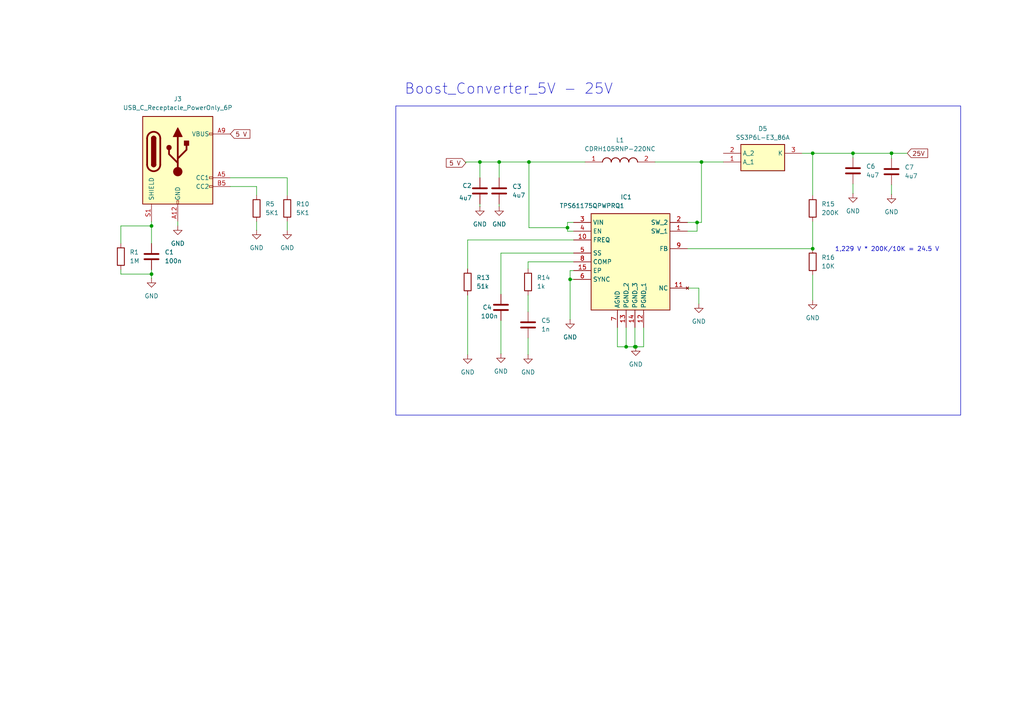
<source format=kicad_sch>
(kicad_sch (version 20250114) (generator "eeschema") (generator_version "9.0")
  (paper "A4")
  (lib_symbols
    (symbol "Amjads_Lib:CDRH105RNP-220NC" (pin_names (hide yes))
      (property "Reference" "L" (at 16.51 6.35 0))
      (property "Value" "CDRH105RNP-220NC" (at 14.732 3.81 0))
      (symbol "CDRH105RNP-220NC_1_1"
        (arc (start 5.08 0) (mid 6.35 1.219) (end 7.62 0) (stroke (width 0.254)))
        (arc (start 7.62 0) (mid 8.89 1.219) (end 10.16 0) (stroke (width 0.254)))
        (arc (start 10.16 0) (mid 11.43 1.219) (end 12.7 0) (stroke (width 0.254)))
        (arc (start 12.7 0) (mid 13.97 1.219) (end 15.24 0) (stroke (width 0.254)))
        (pin passive line (at 0 0 0) (length 5.08) (name "1") (number "1"))
        (pin passive line (at 20.32 0 180) (length 5.08) (name "2") (number "2"))
      )
    )
    (symbol "Amjads_Lib:SS3P6L-E3_86A"
      (property "Reference" "D" (at 19.05 7.62 0))
      (property "Value" "SS3P6L-E3_86A" (at 19.05 5.08 0))
      (symbol "SS3P6L-E3_86A_1_1"
        (rectangle (start 5.08 2.54) (end 17.78 -5.08) (stroke (width 0.254)) (fill (type background)))
        (pin passive line (at 0 0 0) (length 5.08) (name "A_2") (number "2"))
        (pin passive line (at 0 -2.54 0) (length 5.08) (name "A_1") (number "1"))
        (pin passive line (at 22.86 0 180) (length 5.08) (name "K") (number "3"))
      )
    )
    (symbol "Amjads_Lib:TPS61175QPWPRQ1"
      (property "Reference" "IC?" (at 15.24 7.366 0))
      (property "Value" "TPS61175QPWPRQ1" (at 5.334 4.826 0))
      (symbol "TPS61175QPWPRQ1_1_1"
        (rectangle (start 5.08 2.54) (end 27.94 -25.4) (stroke (width 0.254)) (fill (type background)))
        (pin passive line (at 0 0 0) (length 5.08) (name "VIN") (number "3"))
        (pin passive line (at 0 -2.54 0) (length 5.08) (name "EN") (number "4"))
        (pin passive line (at 0 -5.08 0) (length 5.08) (name "FREQ") (number "10"))
        (pin passive line (at 0 -8.89 0) (length 5.08) (name "SS") (number "5"))
        (pin passive line (at 0 -11.43 0) (length 5.08) (name "COMP") (number "8"))
        (pin passive line (at 0 -13.97 0) (length 5.08) (name "EP") (number "15"))
        (pin passive line (at 0 -16.51 0) (length 5.08) (name "SYNC") (number "6"))
        (pin passive line (at 12.7 -30.48 90) (length 5.08) (name "AGND") (number "7"))
        (pin passive line (at 15.24 -30.48 90) (length 5.08) (name "PGND_2") (number "13"))
        (pin passive line (at 17.78 -30.48 90) (length 5.08) (name "PGND_3") (number "14"))
        (pin passive line (at 20.32 -30.48 90) (length 5.08) (name "PGND_1") (number "12"))
        (pin passive line (at 33.02 0 180) (length 5.08) (name "SW_2") (number "2"))
        (pin passive line (at 33.02 -2.54 180) (length 5.08) (name "SW_1") (number "1"))
        (pin passive line (at 33.02 -7.62 180) (length 5.08) (name "FB") (number "9"))
        (pin no_connect line (at 33.02 -19.05 180) (length 5.08) (name "NC") (number "11"))
      )
    )
    (symbol "Connector:USB_C_Receptacle_PowerOnly_6P" (pin_names (offset 1.016))
      (property "Reference" "J" (at 0 16.51 0))
      (property "Value" "USB_C_Receptacle_PowerOnly_6P" (at 0 13.97 0))
      (symbol "USB_C_Receptacle_PowerOnly_6P_0_0"
        (rectangle (start -0.254 -12.7) (end 0.254 -11.684))
        (rectangle (start 10.16 7.874) (end 9.144 7.366))
        (rectangle (start 10.16 -4.826) (end 9.144 -5.334))
        (rectangle (start 10.16 -7.366) (end 9.144 -7.874))
      )
      (symbol "USB_C_Receptacle_PowerOnly_6P_0_1"
        (rectangle (start -10.16 12.7) (end 10.16 -12.7) (stroke (width 0.254)) (fill (type background)))
        (polyline (pts (xy -8.89 -1.27) (xy -8.89 6.35)) (stroke (width 0.508)))
        (rectangle (start -7.62 -1.27) (end -6.35 6.35) (stroke (width 0.254)) (fill (type outline)))
        (arc (start -7.62 6.35) (mid -6.985 6.9823) (end -6.35 6.35) (stroke (width 0.254)))
        (arc (start -7.62 6.35) (mid -6.985 6.9823) (end -6.35 6.35) (stroke (width 0.254)) (fill (type outline)))
        (arc (start -8.89 6.35) (mid -6.985 8.2467) (end -5.08 6.35) (stroke (width 0.508)))
        (arc (start -5.08 -1.27) (mid -6.985 -3.1667) (end -8.89 -1.27) (stroke (width 0.508)))
        (arc (start -6.35 -1.27) (mid -6.985 -1.9023) (end -7.62 -1.27) (stroke (width 0.254)))
        (arc (start -6.35 -1.27) (mid -6.985 -1.9023) (end -7.62 -1.27) (stroke (width 0.254)) (fill (type outline)))
        (polyline (pts (xy -5.08 6.35) (xy -5.08 -1.27)) (stroke (width 0.508)))
        (circle (center -2.54 3.683) (radius 0.635) (stroke (width 0.254)) (fill (type outline)))
        (polyline (pts (xy -1.27 6.858) (xy 0 9.398) (xy 1.27 6.858) (xy -1.27 6.858)) (stroke (width 0.254)) (fill (type outline)))
        (polyline (pts (xy 0 0.508) (xy 2.54 3.048) (xy 2.54 4.318)) (stroke (width 0.508)))
        (polyline (pts (xy 0 -0.762) (xy -2.54 1.778) (xy -2.54 3.048)) (stroke (width 0.508)))
        (polyline (pts (xy 0 -3.302) (xy 0 6.858)) (stroke (width 0.508)))
        (circle (center 0 -3.302) (radius 1.27) (fill (type outline)))
        (rectangle (start 1.905 4.318) (end 3.175 5.588) (stroke (width 0.254)) (fill (type outline)))
      )
      (symbol "USB_C_Receptacle_PowerOnly_6P_1_1"
        (pin passive line (at -7.62 -17.78 90) (length 5.08) (name "SHIELD") (number "S1"))
        (pin passive line (at 0 -17.78 90) (length 5.08) (name "GND") (number "A12"))
        (pin passive line (at 0 -17.78 90) (length 5.08) (hide yes) (name "GND") (number "B12"))
        (pin passive line (at 15.24 7.62 180) (length 5.08) (name "VBUS") (number "A9"))
        (pin passive line (at 15.24 7.62 180) (length 5.08) (hide yes) (name "VBUS") (number "B9"))
        (pin bidirectional line (at 15.24 -5.08 180) (length 5.08) (name "CC1") (number "A5"))
        (pin bidirectional line (at 15.24 -7.62 180) (length 5.08) (name "CC2") (number "B5"))
      )
    )
    (symbol "Device:C" (pin_numbers (hide yes)) (pin_names (offset 0.254))
      (property "Reference" "C" (at 0.635 2.54 0))
      (property "Value" "C" (at 0.635 -2.54 0))
      (symbol "C_0_1"
        (polyline (pts (xy -2.032 0.762) (xy 2.032 0.762)) (stroke (width 0.508)))
        (polyline (pts (xy -2.032 -0.762) (xy 2.032 -0.762)) (stroke (width 0.508)))
      )
      (symbol "C_1_1"
        (pin passive line (at 0 3.81 270) (length 2.794) (name "~") (number "1"))
        (pin passive line (at 0 -3.81 90) (length 2.794) (name "~") (number "2"))
      )
    )
    (symbol "Device:R" (pin_numbers (hide yes)) (pin_names (offset 0))
      (property "Reference" "R" (at 2.032 0 90))
      (property "Value" "R" (at 0 0 90))
      (symbol "R_0_1"
        (rectangle (start -1.016 -2.54) (end 1.016 2.54) (stroke (width 0.254)))
      )
      (symbol "R_1_1"
        (pin passive line (at 0 3.81 270) (length 1.27) (name "~") (number "1"))
        (pin passive line (at 0 -3.81 90) (length 1.27) (name "~") (number "2"))
      )
    )
    (symbol "power:GND" (power) (pin_numbers (hide yes)) (pin_names (offset 0) (hide yes))
      (property "Value" "GND" (at 0 -3.81 0))
      (symbol "GND_0_1"
        (polyline (pts (xy 0 0) (xy 0 -1.27) (xy 1.27 -1.27) (xy 0 -2.54) (xy -1.27 -1.27) (xy 0 -1.27)))
      )
      (symbol "GND_1_1"
        (pin power_in line (at 0 0 270) (length 0) (name "~") (number "1"))
      )
    )
  )
  (rectangle (start 114.808 30.734) (end 278.638 120.396))
  (text "1,229 V * 200K/10K = 24.5 V" (at 257.302 72.39 0) (effects (font (size 1.27 1.27))))
  (text "Boost_Converter_5V - 25V" (at 147.574 25.908 0) (effects (font (size 3 3))))
  (junction (at 184.15 100.584))
  (junction (at 144.78 46.99))
  (junction (at 153.416 46.99))
  (junction (at 235.712 72.136))
  (junction (at 139.192 46.99))
  (junction (at 181.61 100.584))
  (junction (at 235.712 44.45))
  (junction (at 184.404 100.584))
  (junction (at 202.184 64.516))
  (junction (at 258.572 44.45))
  (junction (at 43.942 65.532))
  (junction (at 43.942 79.502))
  (junction (at 165.354 81.026))
  (junction (at 203.454 46.99))
  (junction (at 247.396 44.45))
  (junction (at 164.592 66.04))
  (wire (pts (xy 135.128 46.99) (xy 135.128 47.244)))
  (wire (pts (xy 202.184 67.056) (xy 199.39 67.056)))
  (wire (pts (xy 166.37 69.596) (xy 135.636 69.596)))
  (wire (pts (xy 235.712 64.262) (xy 235.712 72.136)))
  (wire (pts (xy 153.416 66.04) (xy 153.416 46.99)))
  (wire (pts (xy 66.802 54.102) (xy 74.422 54.102)))
  (wire (pts (xy 181.61 94.996) (xy 181.61 100.584)))
  (wire (pts (xy 145.288 73.406) (xy 145.288 85.344)))
  (wire (pts (xy 199.39 83.566) (xy 202.692 83.566)))
  (wire (pts (xy 186.69 94.996) (xy 186.69 100.584)))
  (wire (pts (xy 43.942 65.532) (xy 43.942 70.612)))
  (wire (pts (xy 184.404 100.584) (xy 186.69 100.584)))
  (wire (pts (xy 189.992 46.99) (xy 203.454 46.99)))
  (wire (pts (xy 153.416 66.04) (xy 164.592 66.04)))
  (wire (pts (xy 202.184 64.516) (xy 202.184 67.056)))
  (wire (pts (xy 166.37 67.056) (xy 164.592 67.056)))
  (wire (pts (xy 232.664 44.45) (xy 235.712 44.45)))
  (wire (pts (xy 184.15 94.996) (xy 184.15 100.584)))
  (wire (pts (xy 184.15 100.584) (xy 184.404 100.584)))
  (wire (pts (xy 203.454 64.516) (xy 202.184 64.516)))
  (wire (pts (xy 139.192 46.99) (xy 144.78 46.99)))
  (wire (pts (xy 43.942 64.262) (xy 43.942 65.532)))
  (wire (pts (xy 179.07 100.584) (xy 181.61 100.584)))
  (wire (pts (xy 43.942 79.502) (xy 43.942 80.772)))
  (wire (pts (xy 181.61 100.584) (xy 184.15 100.584)))
  (wire (pts (xy 258.572 53.594) (xy 258.572 56.388)))
  (wire (pts (xy 166.37 78.486) (xy 165.354 78.486)))
  (wire (pts (xy 135.636 69.596) (xy 135.636 77.978)))
  (wire (pts (xy 247.396 44.45) (xy 247.396 45.72)))
  (wire (pts (xy 166.37 81.026) (xy 165.354 81.026)))
  (wire (pts (xy 35.052 79.502) (xy 43.942 79.502)))
  (wire (pts (xy 202.692 83.566) (xy 202.692 88.138)))
  (wire (pts (xy 35.052 65.532) (xy 43.942 65.532)))
  (wire (pts (xy 164.592 64.516) (xy 166.37 64.516)))
  (wire (pts (xy 199.39 72.136) (xy 235.712 72.136)))
  (wire (pts (xy 135.636 85.598) (xy 135.636 102.87)))
  (wire (pts (xy 83.312 51.562) (xy 83.312 56.642)))
  (wire (pts (xy 83.312 64.262) (xy 83.312 66.802)))
  (wire (pts (xy 203.454 46.99) (xy 209.804 46.99)))
  (wire (pts (xy 179.07 94.996) (xy 179.07 100.584)))
  (wire (pts (xy 202.184 64.516) (xy 199.39 64.516)))
  (wire (pts (xy 145.288 92.964) (xy 145.288 102.616)))
  (wire (pts (xy 165.354 81.026) (xy 165.354 92.71)))
  (wire (pts (xy 258.572 45.974) (xy 258.572 44.45)))
  (wire (pts (xy 235.712 44.45) (xy 247.396 44.45)))
  (wire (pts (xy 144.78 59.182) (xy 144.78 59.944)))
  (wire (pts (xy 74.422 64.262) (xy 74.422 66.802)))
  (wire (pts (xy 35.052 70.612) (xy 35.052 65.532)))
  (wire (pts (xy 164.592 66.04) (xy 164.592 64.516)))
  (wire (pts (xy 166.37 73.406) (xy 145.288 73.406)))
  (wire (pts (xy 263.144 44.45) (xy 258.572 44.45)))
  (wire (pts (xy 165.354 78.486) (xy 165.354 81.026)))
  (wire (pts (xy 258.572 44.45) (xy 247.396 44.45)))
  (wire (pts (xy 139.192 59.182) (xy 139.192 59.944)))
  (wire (pts (xy 43.942 78.232) (xy 43.942 79.502)))
  (wire (pts (xy 164.592 67.056) (xy 164.592 66.04)))
  (wire (pts (xy 139.192 46.99) (xy 139.192 51.562)))
  (wire (pts (xy 144.78 46.99) (xy 144.78 51.562)))
  (wire (pts (xy 153.162 98.044) (xy 153.162 102.87)))
  (wire (pts (xy 135.128 46.99) (xy 139.192 46.99)))
  (wire (pts (xy 247.396 53.34) (xy 247.396 56.134)))
  (wire (pts (xy 51.562 64.262) (xy 51.562 65.532)))
  (wire (pts (xy 235.712 44.45) (xy 235.712 56.642)))
  (wire (pts (xy 153.162 75.946) (xy 166.37 75.946)))
  (wire (pts (xy 74.422 54.102) (xy 74.422 56.642)))
  (wire (pts (xy 66.802 51.562) (xy 83.312 51.562)))
  (wire (pts (xy 35.052 78.232) (xy 35.052 79.502)))
  (wire (pts (xy 235.712 79.756) (xy 235.712 87.122)))
  (wire (pts (xy 169.672 46.99) (xy 153.416 46.99)))
  (wire (pts (xy 203.454 46.99) (xy 203.454 64.516)))
  (wire (pts (xy 153.162 77.978) (xy 153.162 75.946)))
  (wire (pts (xy 144.78 46.99) (xy 153.416 46.99)))
  (wire (pts (xy 153.162 85.598) (xy 153.162 90.424)))
  (global_label "5 V" (shape input) (at 135.128 47.244 180) (property "Intersheetrefs" "${INTERSHEET_REFS}" (effects (hide yes))))
  (global_label "25V" (shape input) (at 263.144 44.45 0) (property "Intersheetrefs" "${INTERSHEET_REFS}" (effects (hide yes))))
  (global_label "5 V" (shape input) (at 66.802 38.862 0) (property "Intersheetrefs" "${INTERSHEET_REFS}" (effects (hide yes))))
  (symbol (lib_id "Device:R") (at 135.636 81.788 0) (unit 1)
    (property "Reference" "R13" (at 138.176 80.5179 0) (effects (justify left)))
    (property "Value" "51k" (at 138.176 83.0579 0) (effects (justify left)))
    (property "Footprint" "Resistor_SMD:R_0603_1608Metric_Pad0.98x0.95mm_HandSolder" (effects (hide yes)))
    (property "Description" "Resistor" (effects (hide yes)))
  )
  (symbol (lib_id "Amjads_Lib:SS3P6L-E3_86A") (at 209.804 44.45 0) (unit 1)
    (property "Reference" "D5" (at 221.234 37.338 0))
    (property "Value" "SS3P6L-E3_86A" (at 221.234 39.878 0))
    (property "Footprint" "Amjad_lib:SS3P6LE386A" (effects (hide yes)))
    (property "Datasheet" "https://www.vishay.com/docs/88987/ss3p6l.pdf" (effects (hide yes)))
    (property "Description" "Schottky Diodes & Rectifiers RECOMMENDED ALT 625-SS3P6L-M3" (effects (hide yes)))
    (property "Height" "1.2" (effects (hide yes)))
    (property "Manufacturer_Name" "Vishay" (effects (hide yes)))
    (property "Manufacturer_Part_Number" "SS3P6L-E3/86A" (effects (hide yes)))
  )
  (symbol (lib_id "Amjads_Lib:TPS61175QPWPRQ1") (at 166.37 64.516 0) (unit 1)
    (property "Reference" "IC1" (at 181.61 57.15 0))
    (property "Value" "TPS61175QPWPRQ1" (at 171.704 59.69 0))
    (property "Footprint" "Amjad_lib:SOP65P640X120-15N" (effects (hide yes)))
    (property "Datasheet" "http://www.ti.com/lit/gpn/tps61175-q1" (effects (hide yes)))
    (property "Description" "3-A High-Voltage Automotive Boost Converter with Programmable Switching Frequency" (effects (hide yes)))
    (property "Height" "1.2" (effects (hide yes)))
    (property "Mouser Part Number" "595-TPS61175QPWPRQ1" (effects (hide yes)))
    (property "Mouser Price/Stock" "https://www.mouser.co.uk/ProductDetail/Texas-Instruments/TPS61175QPWPRQ1?qs=pqSajtDZXRXN%2FojzjH2BQw%3D%3D" (effects (hide yes)))
    (property "Manufacturer_Name" "Texas Instruments" (effects (hide yes)))
    (property "Manufacturer_Part_Number" "TPS61175QPWPRQ1" (effects (hide yes)))
  )
  (symbol (lib_id "power:GND") (at 202.692 88.138 0) (unit 1)
    (property "Reference" "#PWR029" (effects (hide yes)))
    (property "Value" "GND" (at 202.692 93.218 0))
    (property "Description" "Power symbol creates a global label with name \"GND\" , ground" (effects (hide yes)))
  )
  (symbol (lib_id "Device:R") (at 153.162 81.788 0) (unit 1)
    (property "Reference" "R14" (at 155.702 80.5179 0) (effects (justify left)))
    (property "Value" "1k" (at 155.702 83.0579 0) (effects (justify left)))
    (property "Footprint" "Resistor_SMD:R_0603_1608Metric_Pad0.98x0.95mm_HandSolder" (effects (hide yes)))
    (property "Description" "Resistor" (effects (hide yes)))
  )
  (symbol (lib_id "power:GND") (at 247.396 56.134 0) (unit 1)
    (property "Reference" "#PWR021" (effects (hide yes)))
    (property "Value" "GND" (at 247.396 61.214 0))
    (property "Description" "Power symbol creates a global label with name \"GND\" , ground" (effects (hide yes)))
  )
  (symbol (lib_id "Device:C") (at 145.288 89.154 0) (unit 1)
    (property "Reference" "C4" (at 139.954 89.154 0) (effects (justify left)))
    (property "Value" "100n" (at 139.446 91.694 0) (effects (justify left)))
    (property "Footprint" "Capacitor_SMD:C_0603_1608Metric_Pad1.08x0.95mm_HandSolder" (effects (hide yes)))
    (property "Description" "Unpolarized capacitor" (effects (hide yes)))
  )
  (symbol (lib_id "power:GND") (at 51.562 65.532 0) (unit 1)
    (property "Reference" "#PWR010" (effects (hide yes)))
    (property "Value" "GND" (at 51.562 70.612 0))
    (property "Description" "Power symbol creates a global label with name \"GND\" , ground" (effects (hide yes)))
  )
  (symbol (lib_id "power:GND") (at 235.712 87.122 0) (unit 1)
    (property "Reference" "#PWR020" (effects (hide yes)))
    (property "Value" "GND" (at 235.712 92.202 0))
    (property "Description" "Power symbol creates a global label with name \"GND\" , ground" (effects (hide yes)))
  )
  (symbol (lib_id "Device:C") (at 153.162 94.234 0) (unit 1)
    (property "Reference" "C5" (at 156.972 92.9639 0) (effects (justify left)))
    (property "Value" "1n" (at 156.972 95.5039 0) (effects (justify left)))
    (property "Footprint" "Capacitor_SMD:C_0603_1608Metric_Pad1.08x0.95mm_HandSolder" (effects (hide yes)))
    (property "Description" "Unpolarized capacitor" (effects (hide yes)))
  )
  (symbol (lib_id "power:GND") (at 83.312 66.802 0) (unit 1)
    (property "Reference" "#PWR016" (effects (hide yes)))
    (property "Value" "GND" (at 83.312 71.882 0))
    (property "Description" "Power symbol creates a global label with name \"GND\" , ground" (effects (hide yes)))
  )
  (symbol (lib_id "Device:R") (at 83.312 60.452 0) (unit 1)
    (property "Reference" "R10" (at 85.852 59.1819 0) (effects (justify left)))
    (property "Value" "5K1" (at 85.852 61.7219 0) (effects (justify left)))
    (property "Footprint" "Resistor_SMD:R_0603_1608Metric_Pad0.98x0.95mm_HandSolder" (effects (hide yes)))
    (property "Description" "Resistor" (effects (hide yes)))
  )
  (symbol (lib_id "power:GND") (at 153.162 102.87 0) (unit 1)
    (property "Reference" "#PWR023" (effects (hide yes)))
    (property "Value" "GND" (at 153.162 107.95 0))
    (property "Description" "Power symbol creates a global label with name \"GND\" , ground" (effects (hide yes)))
  )
  (symbol (lib_id "power:GND") (at 43.942 80.772 0) (unit 1)
    (property "Reference" "#PWR014" (effects (hide yes)))
    (property "Value" "GND" (at 43.942 85.852 0))
    (property "Description" "Power symbol creates a global label with name \"GND\" , ground" (effects (hide yes)))
  )
  (symbol (lib_id "Device:R") (at 235.712 60.452 0) (unit 1)
    (property "Reference" "R15" (at 238.252 59.1819 0) (effects (justify left)))
    (property "Value" "200K" (at 238.252 61.7219 0) (effects (justify left)))
    (property "Footprint" "Resistor_SMD:R_0603_1608Metric_Pad0.98x0.95mm_HandSolder" (effects (hide yes)))
    (property "Description" "Resistor" (effects (hide yes)))
  )
  (symbol (lib_id "Device:C") (at 139.192 55.372 0) (unit 1)
    (property "Reference" "C2" (at 134.112 53.848 0) (effects (justify left)))
    (property "Value" "4u7" (at 133.096 57.404 0) (effects (justify left)))
    (property "Footprint" "Capacitor_SMD:C_1206_3216Metric_Pad1.33x1.80mm_HandSolder" (effects (hide yes)))
    (property "Description" "Unpolarized capacitor" (effects (hide yes)))
  )
  (symbol (lib_id "power:GND") (at 165.354 92.71 0) (unit 1)
    (property "Reference" "#PWR022" (effects (hide yes)))
    (property "Value" "GND" (at 165.354 97.79 0))
    (property "Description" "Power symbol creates a global label with name \"GND\" , ground" (effects (hide yes)))
  )
  (symbol (lib_id "power:GND") (at 184.404 100.584 0) (unit 1)
    (property "Reference" "#PWR019" (effects (hide yes)))
    (property "Value" "GND" (at 184.404 105.664 0))
    (property "Description" "Power symbol creates a global label with name \"GND\" , ground" (effects (hide yes)))
  )
  (symbol (lib_id "Device:C") (at 258.572 49.784 0) (unit 1)
    (property "Reference" "C7" (at 262.382 48.5139 0) (effects (justify left)))
    (property "Value" "4u7" (at 262.382 51.0539 0) (effects (justify left)))
    (property "Footprint" "Capacitor_SMD:C_1206_3216Metric_Pad1.33x1.80mm_HandSolder" (effects (hide yes)))
    (property "Description" "Unpolarized capacitor" (effects (hide yes)))
  )
  (symbol (lib_id "power:GND") (at 139.192 59.944 0) (unit 1)
    (property "Reference" "#PWR027" (effects (hide yes)))
    (property "Value" "GND" (at 139.192 65.024 0))
    (property "Description" "Power symbol creates a global label with name \"GND\" , ground" (effects (hide yes)))
  )
  (symbol (lib_id "Connector:USB_C_Receptacle_PowerOnly_6P") (at 51.562 46.482 0) (unit 1)
    (property "Reference" "J3" (at 51.562 28.702 0))
    (property "Value" "USB_C_Receptacle_PowerOnly_6P" (at 51.562 31.242 0))
    (property "Footprint" "Connector_USB:USB_C_Receptacle_GCT_USB4125-xx-x-0190_6P_TopMnt_Horizontal" (effects (hide yes)))
    (property "Datasheet" "https://www.usb.org/sites/default/files/documents/usb_type-c.zip" (effects (hide yes)))
    (property "Description" "USB Power-Only 6P Type-C Receptacle connector" (effects (hide yes)))
  )
  (symbol (lib_id "Device:R") (at 235.712 75.946 0) (unit 1)
    (property "Reference" "R16" (at 238.252 74.6759 0) (effects (justify left)))
    (property "Value" "10K" (at 238.252 77.2159 0) (effects (justify left)))
    (property "Footprint" "Resistor_SMD:R_0603_1608Metric_Pad0.98x0.95mm_HandSolder" (effects (hide yes)))
    (property "Description" "Resistor" (effects (hide yes)))
  )
  (symbol (lib_id "Device:C") (at 43.942 74.422 0) (unit 1)
    (property "Reference" "C1" (at 47.752 73.1519 0) (effects (justify left)))
    (property "Value" "100n" (at 47.752 75.6919 0) (effects (justify left)))
    (property "Footprint" "Capacitor_SMD:C_1206_3216Metric" (effects (hide yes)))
    (property "Description" "Unpolarized capacitor" (effects (hide yes)))
  )
  (symbol (lib_id "power:GND") (at 74.422 66.802 0) (unit 1)
    (property "Reference" "#PWR015" (effects (hide yes)))
    (property "Value" "GND" (at 74.422 71.882 0))
    (property "Description" "Power symbol creates a global label with name \"GND\" , ground" (effects (hide yes)))
  )
  (symbol (lib_id "Device:R") (at 35.052 74.422 0) (unit 1)
    (property "Reference" "R1" (at 37.592 73.1519 0) (effects (justify left)))
    (property "Value" "1M" (at 37.592 75.6919 0) (effects (justify left)))
    (property "Footprint" "Resistor_SMD:R_1206_3216Metric" (effects (hide yes)))
    (property "Description" "Resistor" (effects (hide yes)))
  )
  (symbol (lib_id "power:GND") (at 135.636 102.87 0) (unit 1)
    (property "Reference" "#PWR025" (effects (hide yes)))
    (property "Value" "GND" (at 135.636 107.95 0))
    (property "Description" "Power symbol creates a global label with name \"GND\" , ground" (effects (hide yes)))
  )
  (symbol (lib_id "power:GND") (at 145.288 102.616 0) (unit 1)
    (property "Reference" "#PWR024" (effects (hide yes)))
    (property "Value" "GND" (at 145.288 107.696 0))
    (property "Description" "Power symbol creates a global label with name \"GND\" , ground" (effects (hide yes)))
  )
  (symbol (lib_id "Amjads_Lib:CDRH105RNP-220NC") (at 169.672 46.99 0) (unit 1)
    (property "Reference" "L1" (at 179.832 40.64 0))
    (property "Value" "CDRH105RNP-220NC" (at 179.832 43.18 0))
    (property "Footprint" "Amjad_lib:INDPM102100X510N_Spule" (effects (hide yes)))
    (property "Datasheet" "https://componentsearchengine.com/Datasheets/1/CDRH105RNP-220NC.pdf" (effects (hide yes)))
    (property "Description" "Fixed Inductors 22uH 2.9A 30% SMD LP INDUCTOR" (effects (hide yes)))
    (property "Height" "5.1" (effects (hide yes)))
    (property "Mouser Part Number" "851-CDRH105RNP-220NC" (effects (hide yes)))
    (property "Mouser Price/Stock" "https://www.mouser.co.uk/ProductDetail/Sumida/CDRH105RNP-220NC?qs=yEEOfDmvQDUZDnF6uS%2FNyg%3D%3D" (effects (hide yes)))
    (property "Manufacturer_Name" "Sumida" (effects (hide yes)))
    (property "Manufacturer_Part_Number" "CDRH105RNP-220NC" (effects (hide yes)))
  )
  (symbol (lib_id "Device:C") (at 144.78 55.372 0) (unit 1)
    (property "Reference" "C3" (at 148.59 54.1019 0) (effects (justify left)))
    (property "Value" "4u7" (at 148.59 56.6419 0) (effects (justify left)))
    (property "Footprint" "Capacitor_SMD:C_1206_3216Metric_Pad1.33x1.80mm_HandSolder" (effects (hide yes)))
    (property "Description" "Unpolarized capacitor" (effects (hide yes)))
  )
  (symbol (lib_id "power:GND") (at 258.572 56.388 0) (unit 1)
    (property "Reference" "#PWR028" (effects (hide yes)))
    (property "Value" "GND" (at 258.572 61.468 0))
    (property "Description" "Power symbol creates a global label with name \"GND\" , ground" (effects (hide yes)))
  )
  (symbol (lib_id "power:GND") (at 144.78 59.944 0) (unit 1)
    (property "Reference" "#PWR026" (effects (hide yes)))
    (property "Value" "GND" (at 144.78 65.024 0))
    (property "Description" "Power symbol creates a global label with name \"GND\" , ground" (effects (hide yes)))
  )
  (symbol (lib_id "Device:R") (at 74.422 60.452 0) (unit 1)
    (property "Reference" "R5" (at 76.962 59.1819 0) (effects (justify left)))
    (property "Value" "5K1" (at 76.962 61.7219 0) (effects (justify left)))
    (property "Footprint" "Resistor_SMD:R_0603_1608Metric_Pad0.98x0.95mm_HandSolder" (effects (hide yes)))
    (property "Description" "Resistor" (effects (hide yes)))
  )
  (symbol (lib_id "Device:C") (at 247.396 49.53 0) (unit 1)
    (property "Reference" "C6" (at 251.206 48.2599 0) (effects (justify left)))
    (property "Value" "4u7" (at 251.206 50.7999 0) (effects (justify left)))
    (property "Footprint" "Capacitor_SMD:C_1206_3216Metric_Pad1.33x1.80mm_HandSolder" (effects (hide yes)))
    (property "Description" "Unpolarized capacitor" (effects (hide yes)))
  )
)
</source>
